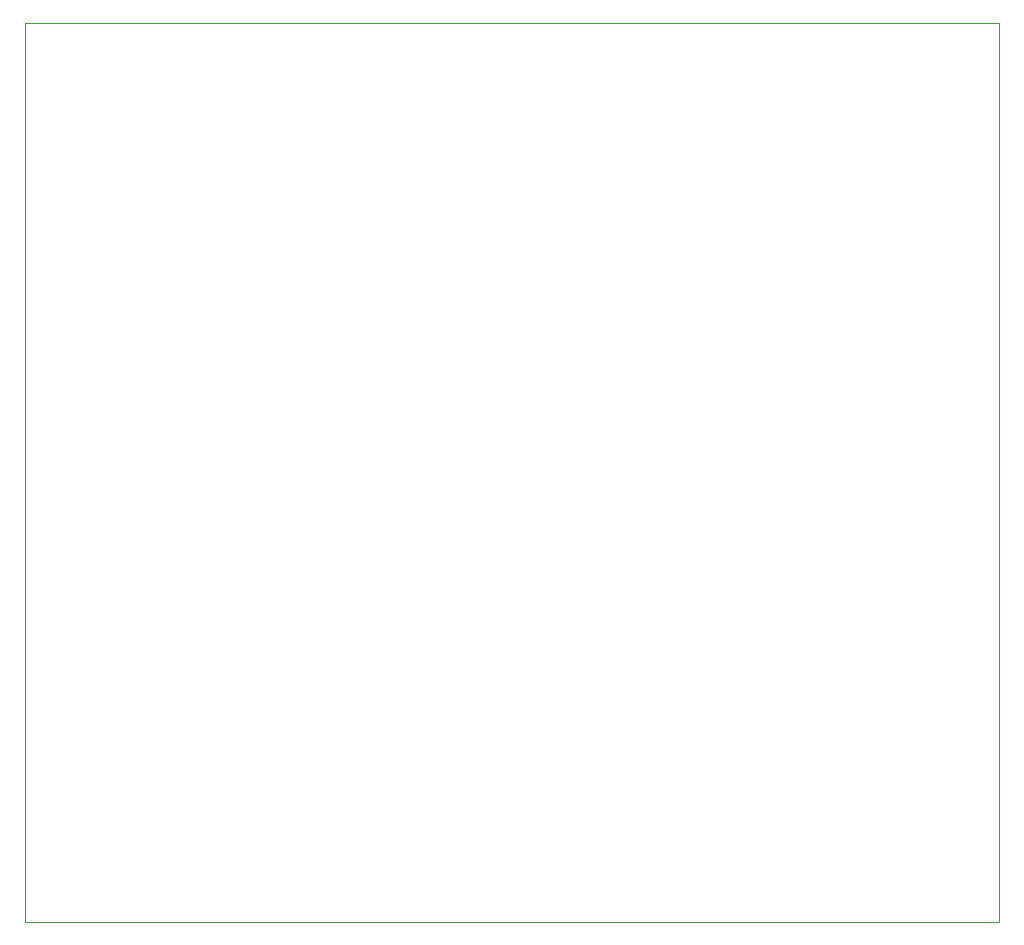
<source format=gm1>
G04 #@! TF.GenerationSoftware,KiCad,Pcbnew,6.0.10-86aedd382b~118~ubuntu18.04.1*
G04 #@! TF.CreationDate,2024-08-26T14:02:28-06:00*
G04 #@! TF.ProjectId,mss-cascade-basic,6d73732d-6361-4736-9361-64652d626173,rev?*
G04 #@! TF.SameCoordinates,Original*
G04 #@! TF.FileFunction,Profile,NP*
%FSLAX46Y46*%
G04 Gerber Fmt 4.6, Leading zero omitted, Abs format (unit mm)*
G04 Created by KiCad (PCBNEW 6.0.10-86aedd382b~118~ubuntu18.04.1) date 2024-08-26 14:02:28*
%MOMM*%
%LPD*%
G01*
G04 APERTURE LIST*
G04 #@! TA.AperFunction,Profile*
%ADD10C,0.100000*%
G04 #@! TD*
G04 APERTURE END LIST*
D10*
X25400000Y-115570000D02*
X107950000Y-115570000D01*
X107950000Y-115570000D02*
X107950000Y-191770000D01*
X107950000Y-191770000D02*
X25400000Y-191770000D01*
X25400000Y-191770000D02*
X25400000Y-115570000D01*
M02*

</source>
